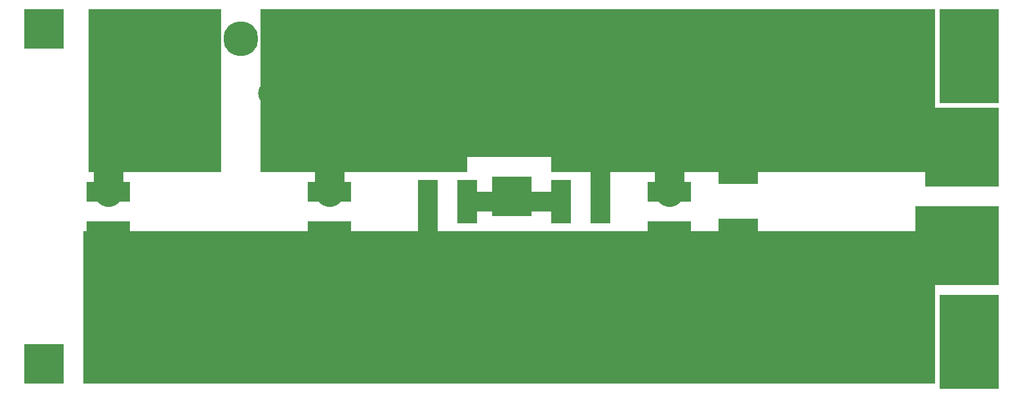
<source format=gbl>
*%FSLAX24Y24*%
*%MOIN*%
G01*
%ADD11C,0.0060*%
%ADD12C,0.0073*%
%ADD13C,0.0080*%
%ADD14C,0.0098*%
%ADD15C,0.0100*%
%ADD16C,0.0120*%
%ADD17C,0.0150*%
%ADD18C,0.0160*%
%ADD19C,0.0197*%
%ADD20C,0.0200*%
%ADD21C,0.0250*%
%ADD22C,0.0300*%
%ADD23C,0.0300*%
%ADD24C,0.0394*%
%ADD25C,0.0397*%
%ADD26C,0.0400*%
%ADD27C,0.0434*%
%ADD28C,0.0500*%
%ADD29C,0.0500*%
%ADD30C,0.0700*%
%ADD31C,0.0700*%
%ADD32C,0.0720*%
%ADD33C,0.0827*%
%ADD34C,0.0920*%
%ADD35C,0.1000*%
%ADD36C,0.1000*%
%ADD37C,0.1040*%
%ADD38C,0.1210*%
%ADD39C,0.1250*%
%ADD40C,0.1290*%
%ADD41C,0.1500*%
%ADD42C,0.1560*%
%ADD43C,0.1700*%
%ADD44C,0.1772*%
%ADD45C,0.1812*%
%ADD46C,0.2400*%
%ADD47C,0.2500*%
%ADD48C,0.2500*%
%ADD49R,0.0900X0.2100*%
%ADD50R,0.1000X0.1000*%
%ADD51R,0.1000X0.2200*%
%ADD52R,0.1040X0.2240*%
%ADD53R,0.1050X0.1800*%
%ADD54R,0.1050X0.1850*%
%ADD55R,0.1181X0.1969*%
%ADD56R,0.1221X0.2009*%
%ADD57R,0.1250X0.1250*%
%ADD58R,0.1290X0.1290*%
%ADD59R,0.1500X0.1500*%
%ADD60R,0.1700X0.1700*%
%ADD61R,0.1900X0.0700*%
%ADD62R,0.2000X0.0750*%
%ADD63R,0.2000X0.2000*%
%ADD64R,0.2040X0.0790*%
%ADD65R,0.2040X0.2040*%
%ADD66R,0.2100X0.0900*%
%ADD67R,0.2200X0.1000*%
%ADD68R,0.2200X0.2200*%
%ADD69R,0.2240X0.1040*%
%ADD70R,0.2500X0.2500*%
D14*
X60434Y28630D02*
X60432Y28597D01*
X60428Y28564D01*
X60421Y28532D01*
X60412Y28501D01*
X60400Y28470D01*
X60385Y28440D01*
X60368Y28412D01*
X60349Y28385D01*
X60327Y28360D01*
X60303Y28337D01*
X60278Y28316D01*
X60251Y28298D01*
X60222Y28281D01*
X60193Y28267D01*
X60162Y28256D01*
X60130Y28247D01*
X60098Y28241D01*
X60065Y28237D01*
X60032Y28236D01*
X59999Y28238D01*
X59966Y28243D01*
X59934Y28251D01*
X59903Y28261D01*
X59872Y28274D01*
X59843Y28289D01*
X59815Y28307D01*
X59789Y28327D01*
X59765Y28349D01*
X59742Y28373D01*
X59721Y28399D01*
X59703Y28426D01*
X59687Y28455D01*
X59674Y28485D01*
X59663Y28516D01*
X59655Y28548D01*
X59649Y28581D01*
X59647Y28614D01*
Y28646D01*
X59649Y28679D01*
X59655Y28712D01*
X59663Y28744D01*
X59674Y28775D01*
X59687Y28805D01*
X59703Y28834D01*
X59721Y28861D01*
X59742Y28887D01*
X59765Y28911D01*
X59789Y28933D01*
X59815Y28953D01*
X59843Y28971D01*
X59872Y28986D01*
X59903Y28999D01*
X59934Y29009D01*
X59966Y29017D01*
X59999Y29022D01*
X60032Y29024D01*
X60065Y29023D01*
X60098Y29019D01*
X60130Y29013D01*
X60162Y29004D01*
X60193Y28993D01*
X60222Y28979D01*
X60251Y28962D01*
X60278Y28944D01*
X60303Y28923D01*
X60327Y28900D01*
X60349Y28875D01*
X60368Y28848D01*
X60385Y28820D01*
X60400Y28790D01*
X60412Y28759D01*
X60421Y28728D01*
X60428Y28696D01*
X60432Y28663D01*
X60434Y28630D01*
X18684Y11880D02*
X18682Y11847D01*
X18678Y11814D01*
X18671Y11782D01*
X18662Y11751D01*
X18650Y11720D01*
X18635Y11690D01*
X18618Y11662D01*
X18599Y11635D01*
X18577Y11610D01*
X18553Y11587D01*
X18528Y11566D01*
X18501Y11548D01*
X18472Y11531D01*
X18443Y11517D01*
X18412Y11506D01*
X18380Y11497D01*
X18348Y11491D01*
X18315Y11487D01*
X18282Y11486D01*
X18249Y11488D01*
X18216Y11493D01*
X18184Y11501D01*
X18153Y11511D01*
X18122Y11524D01*
X18093Y11539D01*
X18065Y11557D01*
X18039Y11577D01*
X18015Y11599D01*
X17992Y11623D01*
X17971Y11649D01*
X17953Y11676D01*
X17937Y11705D01*
X17924Y11735D01*
X17913Y11766D01*
X17905Y11798D01*
X17899Y11831D01*
X17897Y11864D01*
Y11896D01*
X17899Y11929D01*
X17905Y11962D01*
X17913Y11994D01*
X17924Y12025D01*
X17937Y12055D01*
X17953Y12084D01*
X17971Y12111D01*
X17992Y12137D01*
X18015Y12161D01*
X18039Y12183D01*
X18065Y12203D01*
X18093Y12221D01*
X18122Y12236D01*
X18153Y12249D01*
X18184Y12259D01*
X18216Y12267D01*
X18249Y12272D01*
X18282Y12274D01*
X18315Y12273D01*
X18348Y12269D01*
X18380Y12263D01*
X18412Y12254D01*
X18443Y12243D01*
X18472Y12229D01*
X18501Y12212D01*
X18528Y12194D01*
X18553Y12173D01*
X18577Y12150D01*
X18599Y12125D01*
X18618Y12098D01*
X18635Y12070D01*
X18650Y12040D01*
X18662Y12009D01*
X18671Y11978D01*
X18678Y11946D01*
X18682Y11913D01*
X18684Y11880D01*
D24*
X60040Y28630D02*
D03*
X18290Y11880D02*
D03*
D36*
X20290Y24880D02*
X20540Y25130D01*
X18290Y17880D02*
Y15380D01*
X20290Y24880D02*
Y25130D01*
Y28311D01*
X18540Y25130D02*
Y19880D01*
X26790Y24880D02*
Y26949D01*
X29790Y24880D02*
Y19880D01*
Y17880D02*
Y15380D01*
X30040Y24880D02*
Y26949D01*
X34790Y19380D02*
Y15380D01*
X43540Y19380D02*
Y24880D01*
X44790Y15380D02*
Y14380D01*
X47040Y15380D02*
Y17880D01*
Y19880D02*
Y24880D01*
X50865Y17443D02*
Y14630D01*
Y21380D02*
Y24630D01*
X57040Y14630D02*
Y14380D01*
Y24630D02*
Y24880D01*
X31790Y15380D02*
X29790D01*
X25290D02*
X22040D01*
X25290D02*
X28540D01*
X31790D01*
X31540D01*
X50865Y14630D02*
X57040D01*
Y14380D02*
X44790D01*
Y15380D02*
X41540D01*
X38290D01*
X22040D02*
X18290D01*
X44790D02*
X47040D01*
X34790D02*
X31540D01*
X34790D02*
X38290D01*
X18540Y17880D02*
X18290D01*
X36790Y19380D02*
X41540D01*
X43040Y24880D02*
X43540D01*
X43040D02*
X57040D01*
X43040D02*
X39790D01*
X43040D02*
X47040D01*
X33290D02*
X29790D01*
X30040D02*
X26790D01*
X30040D02*
X33040D01*
X23540D02*
X20290D01*
X33290D02*
X36540D01*
X33290D02*
X33040D01*
X56790Y24630D02*
X57040D01*
X56790D02*
X50865D01*
X39790Y24880D02*
X36540D01*
X20540Y25130D02*
X18540D01*
X26790Y26949D02*
X30040D01*
X23790Y28311D02*
X20290D01*
X26790Y26949D02*
D03*
X23790Y28311D02*
D03*
D39*
X30040Y24880D02*
D03*
X43040D02*
D03*
X39790D02*
D03*
X36540D02*
D03*
X33290D02*
D03*
X26790D02*
D03*
X23540D02*
D03*
X31790Y15380D02*
D03*
X44790D02*
D03*
X41540D02*
D03*
X38290D02*
D03*
X35040D02*
D03*
X28540D02*
D03*
X25290D02*
D03*
D41*
X29790Y19880D02*
Y24630D01*
X18540D02*
Y19880D01*
X47040D02*
Y24630D01*
D44*
X25290Y27630D02*
D03*
D47*
X59090Y22510D02*
D03*
Y26750D02*
D03*
X57040D02*
D03*
Y22510D02*
D03*
X54990D02*
D03*
Y26750D02*
D03*
X59090Y12260D02*
D03*
Y16500D02*
D03*
X57040D02*
D03*
Y12260D02*
D03*
X54990D02*
D03*
Y16500D02*
D03*
D50*
X61040Y21380D02*
X41540D01*
X23790Y28630D02*
X22540D01*
D51*
X43540Y19380D02*
D03*
X41540D02*
D03*
X36790D02*
D03*
X34790D02*
D03*
D55*
X62365Y25630D02*
D03*
Y21693D02*
D03*
Y17380D02*
D03*
Y13443D02*
D03*
D57*
X20290Y24880D02*
D03*
X22040Y15380D02*
D03*
D59*
X27040Y21630D02*
X36040D01*
D62*
X50540Y18130D02*
D03*
Y20630D02*
D03*
D63*
X15290Y28130D02*
D03*
X62290D02*
D03*
Y11130D02*
D03*
X39040Y19630D02*
D03*
X15290Y11130D02*
D03*
D67*
X47040Y19880D02*
D03*
Y17880D02*
D03*
X29790Y19880D02*
D03*
Y17880D02*
D03*
X18540Y19880D02*
D03*
Y17880D02*
D03*
D70*
X27540Y22880D02*
X59290D01*
Y27880D01*
X27540D01*
Y22880D01*
X30020Y25360D02*
X56810D01*
Y25400D01*
X30020D01*
Y25360D01*
X62040Y25630D02*
X62540D01*
Y27880D01*
X62040D01*
Y25630D01*
Y11130D02*
X62540D01*
Y13380D01*
X62040D01*
Y11130D01*
X60790Y16380D02*
X62540D01*
Y17880D01*
X60790D01*
Y16380D01*
X61290Y21380D02*
X62540D01*
Y22880D01*
X61290D01*
Y21380D01*
X18540Y11380D02*
X59290D01*
Y16630D01*
X18540D01*
Y11380D01*
X21020Y13860D02*
X56810D01*
Y14150D01*
X21020D01*
Y13860D01*
X18790Y22130D02*
X23040D01*
Y27880D01*
X18790D01*
Y22130D01*
X20915Y24610D02*
Y25400D01*
X56490Y24080D02*
X57590D01*
Y25180D01*
X56490D01*
Y24080D01*
Y13830D02*
X57590D01*
Y14930D01*
X56490D01*
Y13830D01*
D02*
M02*

</source>
